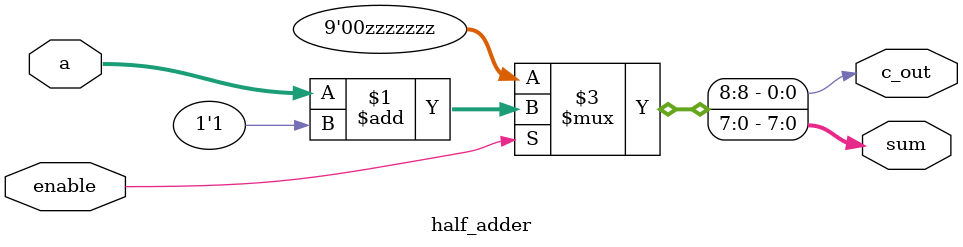
<source format=v>


module half_adder(
    a,
    enable,
    sum,
    c_out
);

//**********************************************************************
// --- Parameter
//**********************************************************************
    parameter DATAWIDTH = 8;

//**********************************************************************
// --- Input/Output Declaration
//**********************************************************************
    input  wire  [DATAWIDTH-1:0]    a;
    input  wire                     enable;
    output wire  [DATAWIDTH-1:0]    sum;
    output wire                     c_out;

//**********************************************************************
// --- Main Core
//**********************************************************************
    assign {c_out, sum} = enable ? (a + 1'b1) : ({1'b0, {(DATAWIDTH-1){1'bz}}});

endmodule
</source>
